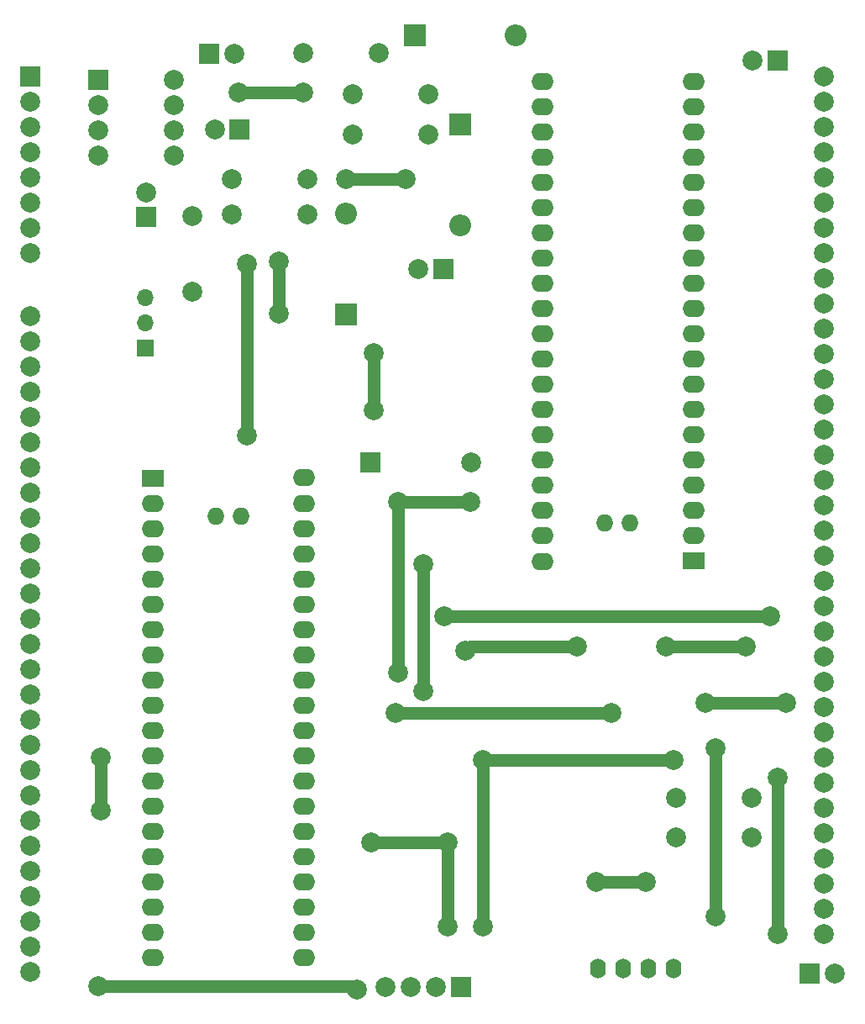
<source format=gbr>
%TF.GenerationSoftware,KiCad,Pcbnew,7.0.5-7.0.5~ubuntu20.04.1*%
%TF.CreationDate,2023-07-26T11:56:09-03:00*%
%TF.ProjectId,condicionamento_BIA_v01,636f6e64-6963-4696-9f6e-616d656e746f,v01*%
%TF.SameCoordinates,Original*%
%TF.FileFunction,Copper,L1,Top*%
%TF.FilePolarity,Positive*%
%FSLAX46Y46*%
G04 Gerber Fmt 4.6, Leading zero omitted, Abs format (unit mm)*
G04 Created by KiCad (PCBNEW 7.0.5-7.0.5~ubuntu20.04.1) date 2023-07-26 11:56:09*
%MOMM*%
%LPD*%
G01*
G04 APERTURE LIST*
%TA.AperFunction,ComponentPad*%
%ADD10C,2.000000*%
%TD*%
%TA.AperFunction,ComponentPad*%
%ADD11O,1.600000X2.000000*%
%TD*%
%TA.AperFunction,ComponentPad*%
%ADD12R,2.200000X2.200000*%
%TD*%
%TA.AperFunction,ComponentPad*%
%ADD13O,2.200000X2.200000*%
%TD*%
%TA.AperFunction,ComponentPad*%
%ADD14R,2.000000X2.000000*%
%TD*%
%TA.AperFunction,ComponentPad*%
%ADD15R,2.250000X1.727200*%
%TD*%
%TA.AperFunction,ComponentPad*%
%ADD16O,2.250000X1.727200*%
%TD*%
%TA.AperFunction,ComponentPad*%
%ADD17O,1.727200X1.727200*%
%TD*%
%TA.AperFunction,ComponentPad*%
%ADD18R,1.700000X1.700000*%
%TD*%
%TA.AperFunction,ComponentPad*%
%ADD19O,1.700000X1.700000*%
%TD*%
%TA.AperFunction,ViaPad*%
%ADD20C,2.000000*%
%TD*%
%TA.AperFunction,Conductor*%
%ADD21C,1.270000*%
%TD*%
G04 APERTURE END LIST*
D10*
%TO.P,R5,1*%
%TO.N,n\u00F34*%
X126030000Y-56650000D03*
%TO.P,R5,2*%
%TO.N,Earth*%
X133650000Y-56650000D03*
%TD*%
D11*
%TO.P,Brd1,1,GND*%
%TO.N,Earth*%
X150780000Y-144700000D03*
%TO.P,Brd1,2,VCC*%
%TO.N,+5V*%
X153320000Y-144700000D03*
%TO.P,Brd1,3,SCL*%
%TO.N,SCL1*%
X155860000Y-144700000D03*
%TO.P,Brd1,4,SDA*%
%TO.N,SDA1*%
X158400000Y-144700000D03*
%TD*%
D10*
%TO.P,R2,1*%
%TO.N,n\u00F32*%
X113840000Y-65200000D03*
%TO.P,R2,2*%
%TO.N,Earth*%
X121460000Y-65200000D03*
%TD*%
%TO.P,R3,1*%
%TO.N,n\u00F32*%
X113840000Y-68700000D03*
%TO.P,R3,2*%
%TO.N,Amp_E1*%
X121460000Y-68700000D03*
%TD*%
D12*
%TO.P,D3,1,K*%
%TO.N,Vref*%
X132320000Y-50700000D03*
D13*
%TO.P,D3,2,A*%
%TO.N,Amp_E2*%
X142480000Y-50700000D03*
%TD*%
D14*
%TO.P,J6,1,Pin_1*%
%TO.N,Net-(J6-Pin_1)*%
X172125000Y-145200000D03*
D10*
%TO.P,J6,2,Pin_2*%
%TO.N,+5V*%
X174665000Y-145200000D03*
%TD*%
D12*
%TO.P,D4,1,K*%
%TO.N,Amp_E2*%
X136900000Y-59620000D03*
D13*
%TO.P,D4,2,A*%
%TO.N,Earth*%
X136900000Y-69780000D03*
%TD*%
D10*
%TO.P,J4,1,Pin_1*%
%TO.N,SINC*%
X173590000Y-54850000D03*
%TO.P,J4,2,Pin_2*%
%TO.N,SPI_COPI*%
X173590000Y-57390000D03*
%TO.P,J4,3,Pin_3*%
%TO.N,SPI_CIPO*%
X173590000Y-59930000D03*
%TO.P,J4,4,Pin_4*%
%TO.N,SPI_clk*%
X173590000Y-62470000D03*
%TO.P,J4,5,Pin_5*%
%TO.N,CS (AD9833)*%
X173590000Y-65010000D03*
%TO.P,J4,6,Pin_6*%
%TO.N,CS (X9c10x)*%
X173590000Y-67550000D03*
%TO.P,J4,7,Pin_7*%
%TO.N,unconnected-(J4-Pin_7-Pad7)*%
X173590000Y-70090000D03*
%TO.P,J4,8,Pin_8*%
%TO.N,unconnected-(J4-Pin_8-Pad8)*%
X173590000Y-72630000D03*
%TO.P,J4,9,Pin_9*%
%TO.N,unconnected-(J4-Pin_9-Pad9)*%
X173590000Y-75170000D03*
%TO.P,J4,10,Pin_10*%
%TO.N,unconnected-(J4-Pin_10-Pad10)*%
X173590000Y-77710000D03*
%TO.P,J4,11,Pin_11*%
%TO.N,unconnected-(J4-Pin_11-Pad11)*%
X173590000Y-80250000D03*
%TO.P,J4,12,Pin_12*%
%TO.N,unconnected-(J4-Pin_12-Pad12)*%
X173590000Y-82790000D03*
%TO.P,J4,13,Pin_13*%
%TO.N,unconnected-(J4-Pin_13-Pad13)*%
X173590000Y-85330000D03*
%TO.P,J4,14,Pin_14*%
%TO.N,unconnected-(J4-Pin_14-Pad14)*%
X173590000Y-87870000D03*
%TO.P,J4,15,Pin_15*%
%TO.N,unconnected-(J4-Pin_15-Pad15)*%
X173590000Y-90410000D03*
%TO.P,J4,16,Pin_16*%
%TO.N,unconnected-(J4-Pin_16-Pad16)*%
X173590000Y-92950000D03*
%TO.P,J4,17,Pin_17*%
%TO.N,unconnected-(J4-Pin_17-Pad17)*%
X173590000Y-95490000D03*
%TO.P,J4,18,Pin_18*%
%TO.N,unconnected-(J4-Pin_18-Pad18)*%
X173590000Y-98030000D03*
%TO.P,J4,19,Pin_19*%
%TO.N,unconnected-(J4-Pin_19-Pad19)*%
X173590000Y-100570000D03*
%TO.P,J4,20,Pin_20*%
%TO.N,unconnected-(J4-Pin_20-Pad20)*%
X173590000Y-103110000D03*
%TO.P,J4,21,Pin_21*%
%TO.N,unconnected-(J4-Pin_21-Pad21)*%
X173590000Y-105650000D03*
%TO.P,J4,22,Pin_22*%
%TO.N,unconnected-(J4-Pin_22-Pad22)*%
X173590000Y-108190000D03*
%TO.P,J4,23,Pin_23*%
%TO.N,unconnected-(J4-Pin_23-Pad23)*%
X173590000Y-110730000D03*
%TO.P,J4,24,Pin_24*%
%TO.N,unconnected-(J4-Pin_24-Pad24)*%
X173590000Y-113270000D03*
%TO.P,J4,25,Pin_25*%
%TO.N,unconnected-(J4-Pin_25-Pad25)*%
X173590000Y-115810000D03*
%TO.P,J4,26,Pin_26*%
%TO.N,unconnected-(J4-Pin_26-Pad26)*%
X173590000Y-118350000D03*
%TO.P,J4,27,Pin_27*%
%TO.N,unconnected-(J4-Pin_27-Pad27)*%
X173590000Y-120890000D03*
%TO.P,J4,28,Pin_28*%
%TO.N,unconnected-(J4-Pin_28-Pad28)*%
X173590000Y-123430000D03*
%TO.P,J4,29,Pin_29*%
%TO.N,unconnected-(J4-Pin_29-Pad29)*%
X173590000Y-125970000D03*
%TO.P,J4,30,Pin_30*%
%TO.N,SCL3*%
X173590000Y-128510000D03*
%TO.P,J4,31,Pin_31*%
%TO.N,SDA3*%
X173590000Y-131050000D03*
%TO.P,J4,32,Pin_32*%
%TO.N,SCL2*%
X173590000Y-133590000D03*
%TO.P,J4,33,Pin_33*%
%TO.N,SDA2*%
X173590000Y-136130000D03*
%TO.P,J4,34,Pin_34*%
%TO.N,SCL1*%
X173590000Y-138670000D03*
%TO.P,J4,35,Pin_35*%
%TO.N,SDA1*%
X173590000Y-141210000D03*
%TD*%
D14*
%TO.P,J7,1,Pin_1*%
%TO.N,E1*%
X111625000Y-52575000D03*
D10*
%TO.P,J7,2,Pin_2*%
%TO.N,E2*%
X114165000Y-52575000D03*
%TD*%
D12*
%TO.P,D1,1,K*%
%TO.N,Vref*%
X125400000Y-78780000D03*
D13*
%TO.P,D1,2,A*%
%TO.N,Amp_E1*%
X125400000Y-68620000D03*
%TD*%
D15*
%TO.P,U2,1,VBAT*%
%TO.N,unconnected-(U2-VBAT-Pad1)*%
X160400000Y-103640000D03*
D16*
%TO.P,U2,2,PC13_LED*%
%TO.N,unconnected-(U2-PC13_LED-Pad2)*%
X160400000Y-101100000D03*
%TO.P,U2,3,PC14*%
%TO.N,unconnected-(U2-PC14-Pad3)*%
X160400000Y-98560000D03*
%TO.P,U2,4,PC15*%
%TO.N,unconnected-(U2-PC15-Pad4)*%
X160400000Y-96020000D03*
%TO.P,U2,5,PA0*%
%TO.N,unconnected-(U2-PA0-Pad5)*%
X160400000Y-93480000D03*
%TO.P,U2,6,PA1*%
%TO.N,unconnected-(U2-PA1-Pad6)*%
X160400000Y-90940000D03*
%TO.P,U2,7,PA2_TX2*%
%TO.N,unconnected-(U2-PA2_TX2-Pad7)*%
X160400000Y-88400000D03*
%TO.P,U2,8,PA3_RX2*%
%TO.N,unconnected-(U2-PA3_RX2-Pad8)*%
X160400000Y-85860000D03*
%TO.P,U2,9,PA4*%
%TO.N,unconnected-(U2-PA4-Pad9)*%
X160400000Y-83320000D03*
%TO.P,U2,10,PA5_SCK1*%
%TO.N,unconnected-(U2-PA5_SCK1-Pad10)*%
X160400000Y-80780000D03*
%TO.P,U2,11,PA6_MISO1*%
%TO.N,unconnected-(U2-PA6_MISO1-Pad11)*%
X160400000Y-78240000D03*
%TO.P,U2,12,PA7_MOSI1*%
%TO.N,unconnected-(U2-PA7_MOSI1-Pad12)*%
X160400000Y-75700000D03*
%TO.P,U2,13,PB0*%
%TO.N,AmpI1*%
X160400000Y-73160000D03*
%TO.P,U2,14,PB1*%
%TO.N,Amp_E2*%
X160400000Y-70620000D03*
%TO.P,U2,15,PB10_SCL2*%
%TO.N,unconnected-(U2-PB10_SCL2-Pad15)*%
X160400000Y-68080000D03*
%TO.P,U2,16,PB11_SDA2*%
%TO.N,unconnected-(U2-PB11_SDA2-Pad16)*%
X160400000Y-65540000D03*
%TO.P,U2,17,NRST*%
%TO.N,unconnected-(U2-NRST-Pad17)*%
X160400000Y-63000000D03*
%TO.P,U2,18,VCC3V3*%
%TO.N,unconnected-(U2-VCC3V3-Pad18)*%
X160400000Y-60460000D03*
%TO.P,U2,19,GND*%
%TO.N,unconnected-(U2-GND-Pad19)*%
X160400000Y-57920000D03*
%TO.P,U2,20,GND*%
%TO.N,Earth*%
X160400000Y-55380000D03*
%TO.P,U2,21,PB12*%
%TO.N,unconnected-(U2-PB12-Pad21)*%
X145160000Y-55380000D03*
%TO.P,U2,22,PB13_SCK2*%
%TO.N,unconnected-(U2-PB13_SCK2-Pad22)*%
X145160000Y-57920000D03*
%TO.P,U2,23,PB14_MISO2*%
%TO.N,unconnected-(U2-PB14_MISO2-Pad23)*%
X145160000Y-60460000D03*
%TO.P,U2,24,PB15_MOSI2*%
%TO.N,unconnected-(U2-PB15_MOSI2-Pad24)*%
X145160000Y-63000000D03*
%TO.P,U2,25,PA8*%
%TO.N,unconnected-(U2-PA8-Pad25)*%
X145160000Y-65540000D03*
%TO.P,U2,26,PA9_TX1*%
%TO.N,unconnected-(U2-PA9_TX1-Pad26)*%
X145160000Y-68080000D03*
%TO.P,U2,27,PA10_RX1*%
%TO.N,unconnected-(U2-PA10_RX1-Pad27)*%
X145160000Y-70620000D03*
%TO.P,U2,28,PA11_USB_D-*%
%TO.N,unconnected-(U2-PA11_USB_D--Pad28)*%
X145160000Y-73160000D03*
%TO.P,U2,29,PA12_USBD+*%
%TO.N,unconnected-(U2-PA12_USBD+-Pad29)*%
X145160000Y-75700000D03*
%TO.P,U2,30,PA15*%
%TO.N,unconnected-(U2-PA15-Pad30)*%
X145160000Y-78240000D03*
%TO.P,U2,31,PB3*%
%TO.N,unconnected-(U2-PB3-Pad31)*%
X145160000Y-80780000D03*
%TO.P,U2,32,PB4*%
%TO.N,unconnected-(U2-PB4-Pad32)*%
X145160000Y-83320000D03*
%TO.P,U2,33,PB5*%
%TO.N,unconnected-(U2-PB5-Pad33)*%
X145160000Y-85860000D03*
%TO.P,U2,34,PB6_SCL1*%
%TO.N,SCL1*%
X145160000Y-88400000D03*
%TO.P,U2,35,PB7_SDA1*%
%TO.N,SDA1*%
X145160000Y-90940000D03*
%TO.P,U2,36,PB8*%
%TO.N,unconnected-(U2-PB8-Pad36)*%
X145160000Y-93480000D03*
%TO.P,U2,37,PB9*%
%TO.N,unconnected-(U2-PB9-Pad37)*%
X145160000Y-96020000D03*
%TO.P,U2,38,5V_USB*%
%TO.N,+5V*%
X145160000Y-98560000D03*
%TO.P,U2,39,GND*%
%TO.N,unconnected-(U2-GND-Pad39)*%
X145160000Y-101100000D03*
%TO.P,U2,40,VCC3V3*%
%TO.N,unconnected-(U2-VCC3V3-Pad40)*%
X145160000Y-103690800D03*
D17*
%TO.P,U2,41,PA14_SWCLK*%
%TO.N,unconnected-(U2-PA14_SWCLK-Pad41)*%
X151500000Y-99830000D03*
%TO.P,U2,42,PA13_SWDIO*%
%TO.N,unconnected-(U2-PA13_SWDIO-Pad42)*%
X154040000Y-99830000D03*
%TD*%
D10*
%TO.P,pullupsda1,1*%
%TO.N,SDA1*%
X166270000Y-131500000D03*
%TO.P,pullupsda1,2*%
%TO.N,+5V*%
X158650000Y-131500000D03*
%TD*%
%TO.P,C3,1*%
%TO.N,n\u00F33*%
X112150000Y-60200000D03*
D14*
%TO.P,C3,2*%
%TO.N,n\u00F34*%
X114650000Y-60200000D03*
%TD*%
%TO.P,J2,1,Pin_1*%
%TO.N,Earth*%
X93580000Y-54850000D03*
D10*
%TO.P,J2,2,Pin_2*%
%TO.N,VCC*%
X93580000Y-57390000D03*
%TO.P,J2,3,Pin_3*%
%TO.N,VEE*%
X93580000Y-59930000D03*
%TO.P,J2,4,Pin_4*%
%TO.N,+9V*%
X93580000Y-62470000D03*
%TO.P,J2,5,Pin_5*%
%TO.N,-9V*%
X93580000Y-65010000D03*
%TO.P,J2,6,Pin_6*%
%TO.N,+5V*%
X93580000Y-67550000D03*
%TO.P,J2,7,Pin_7*%
%TO.N,-5V*%
X93580000Y-70090000D03*
%TO.P,J2,8,Pin_8*%
%TO.N,+3.3V*%
X93580000Y-72630000D03*
%TD*%
%TO.P,J3,1,Pin_1*%
%TO.N,unconnected-(J3-Pin_1-Pad1)*%
X93580000Y-78980000D03*
%TO.P,J3,2,Pin_2*%
%TO.N,unconnected-(J3-Pin_2-Pad2)*%
X93580000Y-81520000D03*
%TO.P,J3,3,Pin_3*%
%TO.N,unconnected-(J3-Pin_3-Pad3)*%
X93580000Y-84060000D03*
%TO.P,J3,4,Pin_4*%
%TO.N,unconnected-(J3-Pin_4-Pad4)*%
X93580000Y-86600000D03*
%TO.P,J3,5,Pin_5*%
%TO.N,unconnected-(J3-Pin_5-Pad5)*%
X93580000Y-89140000D03*
%TO.P,J3,6,Pin_6*%
%TO.N,unconnected-(J3-Pin_6-Pad6)*%
X93580000Y-91680000D03*
%TO.P,J3,7,Pin_7*%
%TO.N,unconnected-(J3-Pin_7-Pad7)*%
X93580000Y-94220000D03*
%TO.P,J3,8,Pin_8*%
%TO.N,unconnected-(J3-Pin_8-Pad8)*%
X93580000Y-96760000D03*
%TO.P,J3,9,Pin_9*%
%TO.N,unconnected-(J3-Pin_9-Pad9)*%
X93580000Y-99300000D03*
%TO.P,J3,10,Pin_10*%
%TO.N,unconnected-(J3-Pin_10-Pad10)*%
X93580000Y-101840000D03*
%TO.P,J3,11,Pin_11*%
%TO.N,unconnected-(J3-Pin_11-Pad11)*%
X93580000Y-104380000D03*
%TO.P,J3,12,Pin_12*%
%TO.N,unconnected-(J3-Pin_12-Pad12)*%
X93580000Y-106920000D03*
%TO.P,J3,13,Pin_13*%
%TO.N,unconnected-(J3-Pin_13-Pad13)*%
X93580000Y-109460000D03*
%TO.P,J3,14,Pin_14*%
%TO.N,unconnected-(J3-Pin_14-Pad14)*%
X93580000Y-112000000D03*
%TO.P,J3,15,Pin_15*%
%TO.N,unconnected-(J3-Pin_15-Pad15)*%
X93580000Y-114540000D03*
%TO.P,J3,16,Pin_16*%
%TO.N,unconnected-(J3-Pin_16-Pad16)*%
X93580000Y-117080000D03*
%TO.P,J3,17,Pin_17*%
%TO.N,unconnected-(J3-Pin_17-Pad17)*%
X93580000Y-119620000D03*
%TO.P,J3,18,Pin_18*%
%TO.N,unconnected-(J3-Pin_18-Pad18)*%
X93580000Y-122160000D03*
%TO.P,J3,19,Pin_19*%
%TO.N,unconnected-(J3-Pin_19-Pad19)*%
X93580000Y-124700000D03*
%TO.P,J3,20,Pin_20*%
%TO.N,I1*%
X93580000Y-127240000D03*
%TO.P,J3,21,Pin_21*%
%TO.N,I2*%
X93580000Y-129780000D03*
%TO.P,J3,22,Pin_22*%
%TO.N,AmpI1*%
X93580000Y-132320000D03*
%TO.P,J3,23,Pin_23*%
%TO.N,AmpI2*%
X93580000Y-134860000D03*
%TO.P,J3,24,Pin_24*%
%TO.N,Sin1*%
X93580000Y-137400000D03*
%TO.P,J3,25,Pin_25*%
%TO.N,Sin2*%
X93580000Y-139940000D03*
%TO.P,J3,26,Pin_26*%
%TO.N,SinA*%
X93580000Y-142480000D03*
%TO.P,J3,27,Pin_27*%
%TO.N,SinB*%
X93580000Y-145020000D03*
%TD*%
D14*
%TO.P,J5,1,Pin_1*%
%TO.N,Amp_E1*%
X136950000Y-146500000D03*
D10*
%TO.P,J5,2,Pin_2*%
%TO.N,Amp_E2*%
X134410000Y-146500000D03*
%TO.P,J5,3,Pin_3*%
%TO.N,AmpI1*%
X131870000Y-146500000D03*
%TO.P,J5,4,Pin_4*%
X129330000Y-146500000D03*
%TD*%
D14*
%TO.P,U1,1,OUT1*%
%TO.N,n\u00F31*%
X100400000Y-55200000D03*
D10*
%TO.P,U1,2,-IN1*%
X100400000Y-57740000D03*
%TO.P,U1,3,+IN1*%
%TO.N,E1*%
X100400000Y-60280000D03*
%TO.P,U1,4,V-*%
%TO.N,-9V*%
X100400000Y-62820000D03*
%TO.P,U1,5,+IN2*%
%TO.N,E2*%
X108020000Y-62820000D03*
%TO.P,U1,6,-IN2*%
%TO.N,n\u00F33*%
X108020000Y-60280000D03*
%TO.P,U1,7,OUT2*%
X108020000Y-57740000D03*
%TO.P,U1,8,V+*%
%TO.N,+9V*%
X108020000Y-55200000D03*
%TD*%
%TO.P,R1,1*%
%TO.N,Vref*%
X109900000Y-76510000D03*
%TO.P,R1,2*%
%TO.N,n\u00F32*%
X109900000Y-68890000D03*
%TD*%
D14*
%TO.P,D2,1,K*%
%TO.N,Amp_E1*%
X127820000Y-93700000D03*
D10*
%TO.P,D2,2,A*%
%TO.N,Earth*%
X137980000Y-93700000D03*
%TD*%
D15*
%TO.P,U3,1,VBAT*%
%TO.N,unconnected-(U3-VBAT-Pad1)*%
X105900000Y-95289200D03*
D16*
%TO.P,U3,2,PC13_LED*%
%TO.N,unconnected-(U3-PC13_LED-Pad2)*%
X105900000Y-97829200D03*
%TO.P,U3,3,PC14*%
%TO.N,unconnected-(U3-PC14-Pad3)*%
X105900000Y-100369200D03*
%TO.P,U3,4,PC15*%
%TO.N,unconnected-(U3-PC15-Pad4)*%
X105900000Y-102909200D03*
%TO.P,U3,5,PA0*%
%TO.N,unconnected-(U3-PA0-Pad5)*%
X105900000Y-105449200D03*
%TO.P,U3,6,PA1*%
%TO.N,unconnected-(U3-PA1-Pad6)*%
X105900000Y-107989200D03*
%TO.P,U3,7,PA2_TX2*%
%TO.N,unconnected-(U3-PA2_TX2-Pad7)*%
X105900000Y-110529200D03*
%TO.P,U3,8,PA3_RX2*%
%TO.N,unconnected-(U3-PA3_RX2-Pad8)*%
X105900000Y-113069200D03*
%TO.P,U3,9,PA4*%
%TO.N,unconnected-(U3-PA4-Pad9)*%
X105900000Y-115609200D03*
%TO.P,U3,10,PA5_SCK1*%
%TO.N,unconnected-(U3-PA5_SCK1-Pad10)*%
X105900000Y-118149200D03*
%TO.P,U3,11,PA6_MISO1*%
%TO.N,unconnected-(U3-PA6_MISO1-Pad11)*%
X105900000Y-120689200D03*
%TO.P,U3,12,PA7_MOSI1*%
%TO.N,unconnected-(U3-PA7_MOSI1-Pad12)*%
X105900000Y-123229200D03*
%TO.P,U3,13,PB0*%
%TO.N,AmpI1*%
X105900000Y-125769200D03*
%TO.P,U3,14,PB1*%
%TO.N,Amp_E1*%
X105900000Y-128309200D03*
%TO.P,U3,15,PB10_SCL2*%
%TO.N,unconnected-(U3-PB10_SCL2-Pad15)*%
X105900000Y-130849200D03*
%TO.P,U3,16,PB11_SDA2*%
%TO.N,unconnected-(U3-PB11_SDA2-Pad16)*%
X105900000Y-133389200D03*
%TO.P,U3,17,NRST*%
%TO.N,unconnected-(U3-NRST-Pad17)*%
X105900000Y-135929200D03*
%TO.P,U3,18,VCC3V3*%
%TO.N,unconnected-(U3-VCC3V3-Pad18)*%
X105900000Y-138469200D03*
%TO.P,U3,19,GND*%
%TO.N,unconnected-(U3-GND-Pad19)*%
X105900000Y-141009200D03*
%TO.P,U3,20,GND*%
%TO.N,Earth*%
X105900000Y-143549200D03*
%TO.P,U3,21,PB12*%
%TO.N,unconnected-(U3-PB12-Pad21)*%
X121140000Y-143549200D03*
%TO.P,U3,22,PB13_SCK2*%
%TO.N,unconnected-(U3-PB13_SCK2-Pad22)*%
X121140000Y-141009200D03*
%TO.P,U3,23,PB14_MISO2*%
%TO.N,unconnected-(U3-PB14_MISO2-Pad23)*%
X121140000Y-138469200D03*
%TO.P,U3,24,PB15_MOSI2*%
%TO.N,unconnected-(U3-PB15_MOSI2-Pad24)*%
X121140000Y-135929200D03*
%TO.P,U3,25,PA8*%
%TO.N,unconnected-(U3-PA8-Pad25)*%
X121140000Y-133389200D03*
%TO.P,U3,26,PA9_TX1*%
%TO.N,unconnected-(U3-PA9_TX1-Pad26)*%
X121140000Y-130849200D03*
%TO.P,U3,27,PA10_RX1*%
%TO.N,unconnected-(U3-PA10_RX1-Pad27)*%
X121140000Y-128309200D03*
%TO.P,U3,28,PA11_USB_D-*%
%TO.N,unconnected-(U3-PA11_USB_D--Pad28)*%
X121140000Y-125769200D03*
%TO.P,U3,29,PA12_USBD+*%
%TO.N,unconnected-(U3-PA12_USBD+-Pad29)*%
X121140000Y-123229200D03*
%TO.P,U3,30,PA15*%
%TO.N,unconnected-(U3-PA15-Pad30)*%
X121140000Y-120689200D03*
%TO.P,U3,31,PB3*%
%TO.N,unconnected-(U3-PB3-Pad31)*%
X121140000Y-118149200D03*
%TO.P,U3,32,PB4*%
%TO.N,unconnected-(U3-PB4-Pad32)*%
X121140000Y-115609200D03*
%TO.P,U3,33,PB5*%
%TO.N,unconnected-(U3-PB5-Pad33)*%
X121140000Y-113069200D03*
%TO.P,U3,34,PB6_SCL1*%
%TO.N,SCL1*%
X121140000Y-110529200D03*
%TO.P,U3,35,PB7_SDA1*%
%TO.N,SDA1*%
X121140000Y-107989200D03*
%TO.P,U3,36,PB8*%
%TO.N,unconnected-(U3-PB8-Pad36)*%
X121140000Y-105449200D03*
%TO.P,U3,37,PB9*%
%TO.N,unconnected-(U3-PB9-Pad37)*%
X121140000Y-102909200D03*
%TO.P,U3,38,5V_USB*%
%TO.N,Net-(J6-Pin_1)*%
X121140000Y-100369200D03*
%TO.P,U3,39,GND*%
%TO.N,unconnected-(U3-GND-Pad39)*%
X121140000Y-97829200D03*
%TO.P,U3,40,VCC3V3*%
%TO.N,unconnected-(U3-VCC3V3-Pad40)*%
X121140000Y-95238400D03*
D17*
%TO.P,U3,41,PA14_SWCLK*%
%TO.N,unconnected-(U3-PA14_SWCLK-Pad41)*%
X114800000Y-99099200D03*
%TO.P,U3,42,PA13_SWDIO*%
%TO.N,unconnected-(U3-PA13_SWDIO-Pad42)*%
X112260000Y-99099200D03*
%TD*%
D10*
%TO.P,R6,1*%
%TO.N,n\u00F34*%
X126030000Y-60700000D03*
%TO.P,R6,2*%
%TO.N,Amp_E2*%
X133650000Y-60700000D03*
%TD*%
D18*
%TO.P,J1,1,Pin_1*%
%TO.N,+3.3V*%
X105150000Y-82200000D03*
D19*
%TO.P,J1,2,Pin_2*%
%TO.N,Vref*%
X105150000Y-79660000D03*
%TO.P,J1,3,Pin_3*%
%TO.N,+5V*%
X105150000Y-77120000D03*
%TD*%
D10*
%TO.P,pullupscl1,1*%
%TO.N,SCL1*%
X166270000Y-127450000D03*
%TO.P,pullupscl1,2*%
%TO.N,+5V*%
X158650000Y-127450000D03*
%TD*%
%TO.P,R4,1*%
%TO.N,Vref*%
X128650000Y-52450000D03*
%TO.P,R4,2*%
%TO.N,n\u00F34*%
X121030000Y-52450000D03*
%TD*%
%TO.P,C4,1*%
%TO.N,Amp_E2*%
X166400000Y-53200000D03*
D14*
%TO.P,C4,2*%
%TO.N,Earth*%
X168900000Y-53200000D03*
%TD*%
D10*
%TO.P,C2,1*%
%TO.N,Amp_E1*%
X132694888Y-74200000D03*
D14*
%TO.P,C2,2*%
%TO.N,Earth*%
X135194888Y-74200000D03*
%TD*%
D10*
%TO.P,C1,1*%
%TO.N,n\u00F31*%
X105250000Y-66494888D03*
D14*
%TO.P,C1,2*%
%TO.N,n\u00F32*%
X105250000Y-68994888D03*
%TD*%
D20*
%TO.N,+5V*%
X115400000Y-90950000D03*
X115400000Y-73700000D03*
%TO.N,Earth*%
X133150000Y-116700000D03*
X133150000Y-103950000D03*
X118650000Y-78700000D03*
X118650000Y-73450000D03*
%TO.N,SCL1*%
X150650000Y-135950000D03*
X137900000Y-97700000D03*
X130650000Y-114834500D03*
X130650000Y-97700000D03*
X155650000Y-135950000D03*
%TO.N,SDA1*%
X162650000Y-122450000D03*
X157650000Y-112200000D03*
X137400000Y-112700000D03*
X165650000Y-112200000D03*
X162650000Y-139450000D03*
X148650000Y-112200000D03*
%TO.N,Amp_E1*%
X131400000Y-65200000D03*
X100400000Y-146450000D03*
X125400000Y-65200000D03*
X128150000Y-82700000D03*
X100650000Y-123450000D03*
X100659320Y-128709320D03*
X128150000Y-88450000D03*
X126499423Y-146799422D03*
%TO.N,n\u00F34*%
X114515500Y-56450000D03*
X121034500Y-56450000D03*
%TO.N,Amp_E2*%
X139150000Y-123700000D03*
X169784500Y-117950000D03*
X158400000Y-123700000D03*
X161650000Y-117950000D03*
X139150000Y-140450000D03*
%TO.N,AmpI1*%
X152150000Y-118950000D03*
X135650000Y-140450000D03*
X135650000Y-131950000D03*
X127900000Y-131950000D03*
X130400000Y-118950000D03*
%TO.N,Net-(J6-Pin_1)*%
X168900000Y-125450000D03*
X168900000Y-141200000D03*
X135284500Y-109200000D03*
X168159320Y-109209320D03*
%TD*%
D21*
%TO.N,+5V*%
X115400000Y-73700000D02*
X115400000Y-90950000D01*
%TO.N,Earth*%
X133150000Y-103950000D02*
X133150000Y-116700000D01*
X118650000Y-73450000D02*
X118650000Y-78700000D01*
%TO.N,SCL1*%
X137900000Y-97700000D02*
X130650000Y-97700000D01*
X150650000Y-135950000D02*
X155650000Y-135950000D01*
X130650000Y-97700000D02*
X130650000Y-114834500D01*
%TO.N,SDA1*%
X157650000Y-112200000D02*
X165650000Y-112200000D01*
X137400000Y-112700000D02*
X137900000Y-112200000D01*
X137900000Y-112200000D02*
X148650000Y-112200000D01*
X162650000Y-139450000D02*
X162650000Y-122700000D01*
%TO.N,Amp_E1*%
X100400000Y-146450000D02*
X126150001Y-146450000D01*
X126150001Y-146450000D02*
X126499423Y-146799422D01*
X100659320Y-123459320D02*
X100650000Y-123450000D01*
X128150000Y-82700000D02*
X128150000Y-88450000D01*
X100659320Y-128709320D02*
X100659320Y-123459320D01*
X125400000Y-65200000D02*
X131400000Y-65200000D01*
%TO.N,n\u00F34*%
X114515500Y-56450000D02*
X121034500Y-56450000D01*
%TO.N,Amp_E2*%
X161650000Y-117950000D02*
X169784500Y-117950000D01*
X139150000Y-123700000D02*
X158400000Y-123700000D01*
X139150000Y-123700000D02*
X139150000Y-140450000D01*
%TO.N,AmpI1*%
X127900000Y-131950000D02*
X135650000Y-131950000D01*
X152150000Y-118950000D02*
X130400000Y-118950000D01*
X135650000Y-131950000D02*
X135650000Y-140450000D01*
%TO.N,Net-(J6-Pin_1)*%
X168900000Y-125450000D02*
X168900000Y-141200000D01*
X135284500Y-109200000D02*
X168150000Y-109200000D01*
X168150000Y-109200000D02*
X168159320Y-109209320D01*
%TD*%
M02*

</source>
